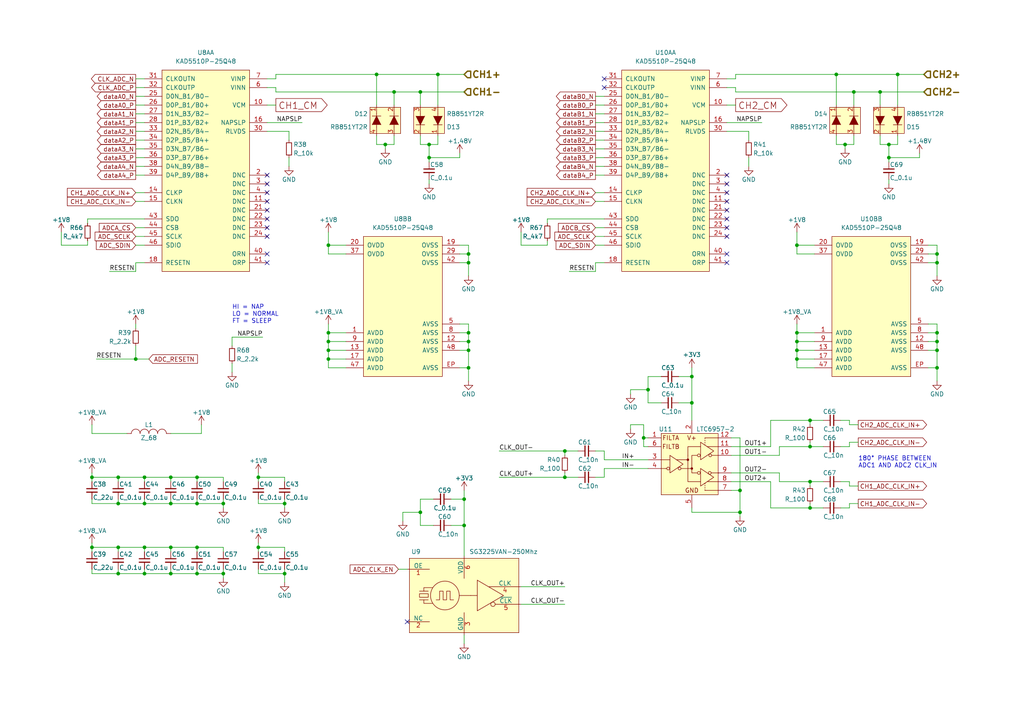
<source format=kicad_sch>
(kicad_sch (version 20250114) (generator "eeschema") (generator_version "9.0")
  (paper "A4")
  (title_block (title "Scopefun Oscilloscope") (rev "v2") (comment 1 "Copyright Dejan Priversek 2017") (comment 2 "Licensed under CERN OHL v.1.2"))
  (text "HI = NAP\nLO = NORMAL\nFT = SLEEP" (at 67.31 93.98 0) (effects (font (size 1.27 1.27)) (justify left bottom)))
  (text "180° PHASE BETWEEN\nADC1 AND ADC2 CLK_IN" (at 248.92 135.89 0) (effects (font (size 1.27 1.27)) (justify left bottom)))
  (junction (at 135.89 99.06))
  (junction (at 271.78 96.52))
  (junction (at 34.29 146.05))
  (junction (at 95.25 71.12))
  (junction (at 271.78 101.6))
  (junction (at 74.93 158.75))
  (junction (at 49.53 138.43))
  (junction (at 234.95 121.92))
  (junction (at 49.53 166.37))
  (junction (at 271.78 73.66))
  (junction (at 234.95 139.7))
  (junction (at 231.14 99.06))
  (junction (at 135.89 101.6))
  (junction (at 26.67 158.75))
  (junction (at 271.78 99.06))
  (junction (at 111.76 41.91))
  (junction (at 41.91 158.75))
  (junction (at 231.14 96.52))
  (junction (at 114.3 26.67))
  (junction (at 231.14 104.14))
  (junction (at 234.95 147.32))
  (junction (at 95.25 99.06))
  (junction (at 134.62 144.78))
  (junction (at 41.91 146.05))
  (junction (at 109.22 21.59))
  (junction (at 41.91 138.43))
  (junction (at 247.65 26.67))
  (junction (at 64.77 146.05))
  (junction (at 95.25 96.52))
  (junction (at 260.35 21.59))
  (junction (at 187.96 113.03))
  (junction (at 200.66 116.84))
  (junction (at 135.89 73.66))
  (junction (at 214.63 148.59))
  (junction (at 135.89 76.2))
  (junction (at 231.14 71.12))
  (junction (at 41.91 166.37))
  (junction (at 214.63 142.24))
  (junction (at 234.95 129.54))
  (junction (at 127 21.59))
  (junction (at 121.92 148.59))
  (junction (at 121.92 26.67))
  (junction (at 39.37 104.14))
  (junction (at 271.78 106.68))
  (junction (at 124.46 45.72))
  (junction (at 34.29 138.43))
  (junction (at 57.15 166.37))
  (junction (at 124.46 41.91))
  (junction (at 257.81 41.91))
  (junction (at 64.77 166.37))
  (junction (at 242.57 21.59))
  (junction (at 257.81 45.72))
  (junction (at 255.27 26.67))
  (junction (at 57.15 146.05))
  (junction (at 82.55 166.37))
  (junction (at 245.11 41.91))
  (junction (at 26.67 138.43))
  (junction (at 200.66 109.22))
  (junction (at 95.25 101.6))
  (junction (at 163.83 130.81))
  (junction (at 57.15 158.75))
  (junction (at 186.69 127))
  (junction (at 34.29 166.37))
  (junction (at 134.62 152.4))
  (junction (at 163.83 138.43))
  (junction (at 95.25 104.14))
  (junction (at 34.29 158.75))
  (junction (at 231.14 101.6))
  (junction (at 49.53 158.75))
  (junction (at 57.15 138.43))
  (junction (at 271.78 76.2))
  (junction (at 135.89 96.52))
  (junction (at 49.53 146.05))
  (junction (at 135.89 106.68))
  (junction (at 74.93 138.43))
  (junction (at 82.55 146.05))
  (no_connect (at 77.47 63.5))
  (no_connect (at 210.82 55.88))
  (no_connect (at 77.47 58.42))
  (no_connect (at 210.82 73.66))
  (no_connect (at 210.82 58.42))
  (no_connect (at 175.26 22.86))
  (no_connect (at 210.82 60.96))
  (no_connect (at 77.47 66.04))
  (no_connect (at 210.82 66.04))
  (no_connect (at 77.47 68.58))
  (no_connect (at 210.82 50.8))
  (no_connect (at 77.47 55.88))
  (no_connect (at 175.26 25.4))
  (no_connect (at 77.47 53.34))
  (no_connect (at 118.11 180.34))
  (no_connect (at 210.82 53.34))
  (no_connect (at 77.47 60.96))
  (no_connect (at 210.82 68.58))
  (no_connect (at 77.47 73.66))
  (no_connect (at 77.47 76.2))
  (no_connect (at 210.82 63.5))
  (no_connect (at 77.47 50.8))
  (no_connect (at 210.82 76.2))
  (wire (pts (xy 247.65 30.48) (xy 247.65 26.67)))
  (wire (pts (xy 175.26 76.2) (xy 172.72 76.2)))
  (wire (pts (xy 41.91 166.37) (xy 49.53 166.37)))
  (wire (pts (xy 200.66 148.59) (xy 214.63 148.59)))
  (wire (pts (xy 26.67 138.43) (xy 26.67 139.7)))
  (wire (pts (xy 95.25 96.52) (xy 95.25 99.06)))
  (wire (pts (xy 144.78 138.43) (xy 163.83 138.43)))
  (wire (pts (xy 49.53 146.05) (xy 57.15 146.05)))
  (wire (pts (xy 124.46 41.91) (xy 124.46 45.72)))
  (wire (pts (xy 57.15 146.05) (xy 57.15 144.78)))
  (wire (pts (xy 26.67 146.05) (xy 34.29 146.05)))
  (wire (pts (xy 271.78 96.52) (xy 271.78 99.06)))
  (wire (pts (xy 39.37 22.86) (xy 41.91 22.86)))
  (wire (pts (xy 34.29 139.7) (xy 34.29 138.43)))
  (wire (pts (xy 226.06 137.16) (xy 226.06 139.7)))
  (wire (pts (xy 234.95 140.97) (xy 234.95 139.7)))
  (wire (pts (xy 269.24 93.98) (xy 271.78 93.98)))
  (wire (pts (xy 80.01 30.48) (xy 77.47 30.48)))
  (wire (pts (xy 213.36 22.86) (xy 213.36 21.59)))
  (wire (pts (xy 95.25 101.6) (xy 100.33 101.6)))
  (wire (pts (xy 39.37 78.74) (xy 31.75 78.74)))
  (wire (pts (xy 67.31 97.79) (xy 67.31 100.33)))
  (wire (pts (xy 95.25 73.66) (xy 100.33 73.66)))
  (wire (pts (xy 134.62 152.4) (xy 130.81 152.4)))
  (wire (pts (xy 95.25 106.68) (xy 100.33 106.68)))
  (wire (pts (xy 214.63 127) (xy 214.63 142.24)))
  (wire (pts (xy 41.91 63.5) (xy 25.4 63.5)))
  (wire (pts (xy 135.89 93.98) (xy 135.89 96.52)))
  (wire (pts (xy 39.37 55.88) (xy 41.91 55.88)))
  (wire (pts (xy 243.84 129.54) (xy 246.38 129.54)))
  (wire (pts (xy 82.55 138.43) (xy 74.93 138.43)))
  (wire (pts (xy 135.89 101.6) (xy 135.89 106.68)))
  (wire (pts (xy 172.72 30.48) (xy 175.26 30.48)))
  (wire (pts (xy 41.91 158.75) (xy 41.91 160.02)))
  (wire (pts (xy 175.26 133.35) (xy 187.96 133.35)))
  (wire (pts (xy 246.38 121.92) (xy 246.38 123.19)))
  (wire (pts (xy 246.38 129.54) (xy 246.38 128.27)))
  (wire (pts (xy 41.91 146.05) (xy 41.91 144.78)))
  (wire (pts (xy 95.25 99.06) (xy 95.25 101.6)))
  (wire (pts (xy 172.72 58.42) (xy 175.26 58.42)))
  (wire (pts (xy 269.24 96.52) (xy 271.78 96.52)))
  (wire (pts (xy 49.53 166.37) (xy 57.15 166.37)))
  (wire (pts (xy 186.69 123.19) (xy 186.69 127)))
  (wire (pts (xy 135.89 106.68) (xy 135.89 110.49)))
  (wire (pts (xy 27.94 104.14) (xy 39.37 104.14)))
  (wire (pts (xy 49.53 166.37) (xy 49.53 165.1)))
  (wire (pts (xy 212.09 139.7) (xy 223.52 139.7)))
  (wire (pts (xy 39.37 66.04) (xy 41.91 66.04)))
  (wire (pts (xy 49.53 146.05) (xy 49.53 144.78)))
  (wire (pts (xy 39.37 27.94) (xy 41.91 27.94)))
  (wire (pts (xy 226.06 129.54) (xy 234.95 129.54)))
  (wire (pts (xy 41.91 138.43) (xy 49.53 138.43)))
  (wire (pts (xy 257.81 41.91) (xy 260.35 41.91)))
  (wire (pts (xy 175.26 138.43) (xy 172.72 138.43)))
  (wire (pts (xy 95.25 101.6) (xy 95.25 104.14)))
  (wire (pts (xy 172.72 38.1) (xy 175.26 38.1)))
  (wire (pts (xy 266.7 45.72) (xy 266.7 44.45)))
  (wire (pts (xy 231.14 67.31) (xy 231.14 71.12)))
  (wire (pts (xy 34.29 158.75) (xy 41.91 158.75)))
  (wire (pts (xy 255.27 26.67) (xy 267.97 26.67)))
  (wire (pts (xy 83.82 38.1) (xy 77.47 38.1)))
  (wire (pts (xy 186.69 127) (xy 186.69 129.54)))
  (wire (pts (xy 64.77 165.1) (xy 64.77 166.37)))
  (wire (pts (xy 95.25 71.12) (xy 95.25 73.66)))
  (wire (pts (xy 226.06 132.08) (xy 212.09 132.08)))
  (wire (pts (xy 271.78 101.6) (xy 271.78 106.68)))
  (wire (pts (xy 135.89 99.06) (xy 135.89 101.6)))
  (wire (pts (xy 74.93 137.16) (xy 74.93 138.43)))
  (wire (pts (xy 82.55 165.1) (xy 82.55 166.37)))
  (wire (pts (xy 246.38 146.05) (xy 248.92 146.05)))
  (wire (pts (xy 74.93 166.37) (xy 82.55 166.37)))
  (wire (pts (xy 64.77 144.78) (xy 64.77 146.05)))
  (wire (pts (xy 64.77 146.05) (xy 64.77 147.32)))
  (wire (pts (xy 34.29 166.37) (xy 41.91 166.37)))
  (wire (pts (xy 34.29 146.05) (xy 41.91 146.05)))
  (wire (pts (xy 82.55 138.43) (xy 82.55 139.7)))
  (wire (pts (xy 111.76 43.18) (xy 111.76 41.91)))
  (wire (pts (xy 245.11 41.91) (xy 247.65 41.91)))
  (wire (pts (xy 135.89 76.2) (xy 135.89 80.01)))
  (wire (pts (xy 158.75 69.85) (xy 158.75 71.12)))
  (wire (pts (xy 234.95 123.19) (xy 234.95 121.92)))
  (wire (pts (xy 187.96 116.84) (xy 191.77 116.84)))
  (wire (pts (xy 223.52 139.7) (xy 223.52 147.32)))
  (wire (pts (xy 49.53 138.43) (xy 49.53 139.7)))
  (wire (pts (xy 213.36 21.59) (xy 242.57 21.59)))
  (wire (pts (xy 234.95 147.32) (xy 238.76 147.32)))
  (wire (pts (xy 135.89 96.52) (xy 135.89 99.06)))
  (wire (pts (xy 76.2 97.79) (xy 67.31 97.79)))
  (wire (pts (xy 95.25 67.31) (xy 95.25 71.12)))
  (wire (pts (xy 26.67 125.73) (xy 36.83 125.73)))
  (wire (pts (xy 242.57 41.91) (xy 245.11 41.91)))
  (wire (pts (xy 83.82 40.64) (xy 83.82 38.1)))
  (wire (pts (xy 80.01 22.86) (xy 80.01 21.59)))
  (wire (pts (xy 49.53 158.75) (xy 57.15 158.75)))
  (wire (pts (xy 213.36 25.4) (xy 210.82 25.4)))
  (wire (pts (xy 214.63 142.24) (xy 214.63 148.59)))
  (wire (pts (xy 158.75 71.12) (xy 151.13 71.12)))
  (wire (pts (xy 172.72 40.64) (xy 175.26 40.64)))
  (wire (pts (xy 116.84 148.59) (xy 121.92 148.59)))
  (wire (pts (xy 242.57 30.48) (xy 242.57 21.59)))
  (wire (pts (xy 257.81 45.72) (xy 266.7 45.72)))
  (wire (pts (xy 64.77 138.43) (xy 64.77 139.7)))
  (wire (pts (xy 67.31 105.41) (xy 67.31 107.95)))
  (wire (pts (xy 231.14 93.98) (xy 231.14 96.52)))
  (wire (pts (xy 114.3 30.48) (xy 114.3 26.67)))
  (wire (pts (xy 234.95 146.05) (xy 234.95 147.32)))
  (wire (pts (xy 231.14 104.14) (xy 236.22 104.14)))
  (wire (pts (xy 175.26 63.5) (xy 158.75 63.5)))
  (wire (pts (xy 245.11 41.91) (xy 245.11 43.18)))
  (wire (pts (xy 210.82 35.56) (xy 220.98 35.56)))
  (wire (pts (xy 172.72 78.74) (xy 165.1 78.74)))
  (wire (pts (xy 260.35 21.59) (xy 267.97 21.59)))
  (wire (pts (xy 41.91 50.8) (xy 39.37 50.8)))
  (wire (pts (xy 223.52 129.54) (xy 212.09 129.54)))
  (wire (pts (xy 243.84 139.7) (xy 246.38 139.7)))
  (wire (pts (xy 109.22 21.59) (xy 127 21.59)))
  (wire (pts (xy 133.35 45.72) (xy 133.35 44.45)))
  (wire (pts (xy 124.46 52.07) (xy 124.46 53.34)))
  (wire (pts (xy 49.53 158.75) (xy 49.53 160.02)))
  (wire (pts (xy 118.11 165.1) (xy 115.57 165.1)))
  (wire (pts (xy 134.62 152.4) (xy 134.62 161.29)))
  (wire (pts (xy 172.72 50.8) (xy 175.26 50.8)))
  (wire (pts (xy 95.25 104.14) (xy 100.33 104.14)))
  (wire (pts (xy 80.01 21.59) (xy 109.22 21.59)))
  (wire (pts (xy 246.38 123.19) (xy 248.92 123.19)))
  (wire (pts (xy 172.72 76.2) (xy 172.72 78.74)))
  (wire (pts (xy 135.89 73.66) (xy 135.89 76.2)))
  (wire (pts (xy 271.78 71.12) (xy 269.24 71.12)))
  (wire (pts (xy 26.67 166.37) (xy 34.29 166.37)))
  (wire (pts (xy 26.67 123.19) (xy 26.67 125.73)))
  (wire (pts (xy 74.93 166.37) (xy 74.93 165.1)))
  (wire (pts (xy 25.4 63.5) (xy 25.4 64.77)))
  (wire (pts (xy 130.81 144.78) (xy 134.62 144.78)))
  (wire (pts (xy 57.15 158.75) (xy 57.15 160.02)))
  (wire (pts (xy 172.72 66.04) (xy 175.26 66.04)))
  (wire (pts (xy 172.72 48.26) (xy 175.26 48.26)))
  (wire (pts (xy 39.37 58.42) (xy 41.91 58.42)))
  (wire (pts (xy 95.25 99.06) (xy 100.33 99.06)))
  (wire (pts (xy 214.63 148.59) (xy 214.63 149.86)))
  (wire (pts (xy 64.77 166.37) (xy 64.77 167.64)))
  (wire (pts (xy 217.17 48.26) (xy 217.17 45.72)))
  (wire (pts (xy 74.93 138.43) (xy 74.93 139.7)))
  (wire (pts (xy 247.65 26.67) (xy 255.27 26.67)))
  (wire (pts (xy 213.36 30.48) (xy 210.82 30.48)))
  (wire (pts (xy 114.3 41.91) (xy 114.3 39.37)))
  (wire (pts (xy 82.55 146.05) (xy 82.55 147.32)))
  (wire (pts (xy 57.15 166.37) (xy 64.77 166.37)))
  (wire (pts (xy 26.67 137.16) (xy 26.67 138.43)))
  (wire (pts (xy 186.69 129.54) (xy 187.96 129.54)))
  (wire (pts (xy 135.89 76.2) (xy 133.35 76.2)))
  (wire (pts (xy 223.52 121.92) (xy 234.95 121.92)))
  (wire (pts (xy 243.84 147.32) (xy 246.38 147.32)))
  (wire (pts (xy 41.91 166.37) (xy 41.91 165.1)))
  (wire (pts (xy 83.82 48.26) (xy 83.82 45.72)))
  (wire (pts (xy 39.37 40.64) (xy 41.91 40.64)))
  (wire (pts (xy 124.46 41.91) (xy 127 41.91)))
  (wire (pts (xy 269.24 73.66) (xy 271.78 73.66)))
  (wire (pts (xy 213.36 26.67) (xy 247.65 26.67)))
  (wire (pts (xy 80.01 25.4) (xy 77.47 25.4)))
  (wire (pts (xy 200.66 109.22) (xy 200.66 116.84)))
  (wire (pts (xy 187.96 113.03) (xy 187.96 116.84)))
  (wire (pts (xy 39.37 48.26) (xy 41.91 48.26)))
  (wire (pts (xy 39.37 25.4) (xy 41.91 25.4)))
  (wire (pts (xy 175.26 130.81) (xy 175.26 133.35)))
  (wire (pts (xy 231.14 99.06) (xy 236.22 99.06)))
  (wire (pts (xy 200.66 116.84) (xy 200.66 121.92)))
  (wire (pts (xy 111.76 41.91) (xy 114.3 41.91)))
  (wire (pts (xy 26.67 158.75) (xy 26.67 160.02)))
  (wire (pts (xy 163.83 132.08) (xy 163.83 130.81)))
  (wire (pts (xy 255.27 41.91) (xy 257.81 41.91)))
  (wire (pts (xy 172.72 43.18) (xy 175.26 43.18)))
  (wire (pts (xy 242.57 41.91) (xy 242.57 39.37)))
  (wire (pts (xy 39.37 30.48) (xy 41.91 30.48)))
  (wire (pts (xy 175.26 135.89) (xy 175.26 138.43)))
  (wire (pts (xy 269.24 99.06) (xy 271.78 99.06)))
  (wire (pts (xy 41.91 76.2) (xy 39.37 76.2)))
  (wire (pts (xy 223.52 147.32) (xy 234.95 147.32)))
  (wire (pts (xy 82.55 166.37) (xy 82.55 168.91)))
  (wire (pts (xy 39.37 33.02) (xy 41.91 33.02)))
  (wire (pts (xy 260.35 41.91) (xy 260.35 39.37)))
  (wire (pts (xy 74.93 158.75) (xy 74.93 160.02)))
  (wire (pts (xy 133.35 101.6) (xy 135.89 101.6)))
  (wire (pts (xy 172.72 33.02) (xy 175.26 33.02)))
  (wire (pts (xy 39.37 43.18) (xy 41.91 43.18)))
  (wire (pts (xy 163.83 138.43) (xy 167.64 138.43)))
  (wire (pts (xy 246.38 139.7) (xy 246.38 140.97)))
  (wire (pts (xy 39.37 35.56) (xy 41.91 35.56)))
  (wire (pts (xy 271.78 76.2) (xy 271.78 80.01)))
  (wire (pts (xy 213.36 22.86) (xy 210.82 22.86)))
  (wire (pts (xy 80.01 26.67) (xy 80.01 25.4)))
  (wire (pts (xy 231.14 101.6) (xy 231.14 104.14)))
  (wire (pts (xy 172.72 130.81) (xy 175.26 130.81)))
  (wire (pts (xy 26.67 138.43) (xy 34.29 138.43)))
  (wire (pts (xy 39.37 76.2) (xy 39.37 78.74)))
  (wire (pts (xy 231.14 96.52) (xy 231.14 99.06)))
  (wire (pts (xy 172.72 35.56) (xy 175.26 35.56)))
  (wire (pts (xy 242.57 21.59) (xy 260.35 21.59)))
  (wire (pts (xy 271.78 71.12) (xy 271.78 73.66)))
  (wire (pts (xy 127 30.48) (xy 127 21.59)))
  (wire (pts (xy 39.37 95.25) (xy 39.37 93.98)))
  (wire (pts (xy 135.89 71.12) (xy 133.35 71.12)))
  (wire (pts (xy 39.37 104.14) (xy 43.18 104.14)))
  (wire (pts (xy 127 21.59) (xy 134.62 21.59)))
  (wire (pts (xy 34.29 160.02) (xy 34.29 158.75)))
  (wire (pts (xy 134.62 144.78) (xy 134.62 152.4)))
  (wire (pts (xy 39.37 68.58) (xy 41.91 68.58)))
  (wire (pts (xy 41.91 138.43) (xy 41.91 139.7)))
  (wire (pts (xy 271.78 99.06) (xy 271.78 101.6)))
  (wire (pts (xy 80.01 22.86) (xy 77.47 22.86)))
  (wire (pts (xy 100.33 71.12) (xy 95.25 71.12)))
  (wire (pts (xy 234.95 129.54) (xy 238.76 129.54)))
  (wire (pts (xy 255.27 30.48) (xy 255.27 26.67)))
  (wire (pts (xy 121.92 148.59) (xy 121.92 152.4)))
  (wire (pts (xy 217.17 38.1) (xy 210.82 38.1)))
  (wire (pts (xy 234.95 139.7) (xy 238.76 139.7)))
  (wire (pts (xy 74.93 158.75) (xy 82.55 158.75)))
  (wire (pts (xy 39.37 71.12) (xy 41.91 71.12)))
  (wire (pts (xy 74.93 146.05) (xy 74.93 144.78)))
  (wire (pts (xy 82.55 144.78) (xy 82.55 146.05)))
  (wire (pts (xy 231.14 71.12) (xy 231.14 73.66)))
  (wire (pts (xy 82.55 158.75) (xy 82.55 160.02)))
  (wire (pts (xy 121.92 144.78) (xy 125.73 144.78)))
  (wire (pts (xy 121.92 144.78) (xy 121.92 148.59)))
  (wire (pts (xy 196.85 109.22) (xy 200.66 109.22)))
  (wire (pts (xy 257.81 41.91) (xy 257.81 45.72)))
  (wire (pts (xy 182.88 123.19) (xy 186.69 123.19)))
  (wire (pts (xy 121.92 26.67) (xy 134.62 26.67)))
  (wire (pts (xy 187.96 109.22) (xy 191.77 109.22)))
  (wire (pts (xy 82.55 146.05) (xy 74.93 146.05)))
  (wire (pts (xy 26.67 166.37) (xy 26.67 165.1)))
  (wire (pts (xy 41.91 146.05) (xy 49.53 146.05)))
  (wire (pts (xy 80.01 26.67) (xy 114.3 26.67)))
  (wire (pts (xy 95.25 96.52) (xy 100.33 96.52)))
  (wire (pts (xy 26.67 158.75) (xy 34.29 158.75)))
  (wire (pts (xy 260.35 30.48) (xy 260.35 21.59)))
  (wire (pts (xy 133.35 106.68) (xy 135.89 106.68)))
  (wire (pts (xy 17.78 71.12) (xy 17.78 67.31)))
  (wire (pts (xy 133.35 93.98) (xy 135.89 93.98)))
  (wire (pts (xy 187.96 109.22) (xy 187.96 113.03)))
  (wire (pts (xy 121.92 41.91) (xy 121.92 39.37)))
  (wire (pts (xy 175.26 135.89) (xy 187.96 135.89)))
  (wire (pts (xy 172.72 27.94) (xy 175.26 27.94)))
  (wire (pts (xy 158.75 63.5) (xy 158.75 64.77)))
  (wire (pts (xy 247.65 41.91) (xy 247.65 39.37)))
  (wire (pts (xy 134.62 186.69) (xy 134.62 184.15)))
  (wire (pts (xy 121.92 30.48) (xy 121.92 26.67)))
  (wire (pts (xy 246.38 147.32) (xy 246.38 146.05)))
  (wire (pts (xy 213.36 26.67) (xy 213.36 25.4)))
  (wire (pts (xy 271.78 76.2) (xy 269.24 76.2)))
  (wire (pts (xy 133.35 99.06) (xy 135.89 99.06)))
  (wire (pts (xy 226.06 139.7) (xy 234.95 139.7)))
  (wire (pts (xy 58.42 123.19) (xy 58.42 125.73)))
  (wire (pts (xy 231.14 101.6) (xy 236.22 101.6)))
  (wire (pts (xy 182.88 123.19) (xy 182.88 124.46)))
  (wire (pts (xy 34.29 165.1) (xy 34.29 166.37)))
  (wire (pts (xy 182.88 114.3) (xy 182.88 113.03)))
  (wire (pts (xy 34.29 138.43) (xy 41.91 138.43)))
  (wire (pts (xy 134.62 142.24) (xy 134.62 144.78)))
  (wire (pts (xy 172.72 55.88) (xy 175.26 55.88)))
  (wire (pts (xy 127 41.91) (xy 127 39.37)))
  (wire (pts (xy 58.42 125.73) (xy 49.53 125.73)))
  (wire (pts (xy 246.38 128.27) (xy 248.92 128.27)))
  (wire (pts (xy 271.78 73.66) (xy 271.78 76.2)))
  (wire (pts (xy 182.88 113.03) (xy 187.96 113.03)))
  (wire (pts (xy 95.25 93.98) (xy 95.25 96.52)))
  (wire (pts (xy 231.14 106.68) (xy 236.22 106.68)))
  (wire (pts (xy 124.46 45.72) (xy 124.46 46.99)))
  (wire (pts (xy 271.78 106.68) (xy 271.78 110.49)))
  (wire (pts (xy 57.15 138.43) (xy 64.77 138.43)))
  (wire (pts (xy 109.22 41.91) (xy 111.76 41.91)))
  (wire (pts (xy 77.47 35.56) (xy 87.63 35.56)))
  (wire (pts (xy 25.4 69.85) (xy 25.4 71.12)))
  (wire (pts (xy 217.17 40.64) (xy 217.17 38.1)))
  (wire (pts (xy 34.29 144.78) (xy 34.29 146.05)))
  (wire (pts (xy 57.15 138.43) (xy 57.15 139.7)))
  (wire (pts (xy 226.06 129.54) (xy 226.06 132.08)))
  (wire (pts (xy 234.95 121.92) (xy 238.76 121.92)))
  (wire (pts (xy 172.72 68.58) (xy 175.26 68.58)))
  (wire (pts (xy 116.84 148.59) (xy 116.84 151.13)))
  (wire (pts (xy 200.66 106.68) (xy 200.66 109.22)))
  (wire (pts (xy 212.09 142.24) (xy 214.63 142.24)))
  (wire (pts (xy 231.14 96.52) (xy 236.22 96.52)))
  (wire (pts (xy 144.78 130.81) (xy 163.83 130.81)))
  (wire (pts (xy 57.15 158.75) (xy 64.77 158.75)))
  (wire (pts (xy 39.37 38.1) (xy 41.91 38.1)))
  (wire (pts (xy 49.53 138.43) (xy 57.15 138.43)))
  (wire (pts (xy 74.93 157.48) (xy 74.93 158.75)))
  (wire (pts (xy 212.09 127) (xy 214.63 127)))
  (wire (pts (xy 200.66 116.84) (xy 196.85 116.84)))
  (wire (pts (xy 172.72 45.72) (xy 175.26 45.72)))
  (wire (pts (xy 255.27 41.91) (xy 255.27 39.37)))
  (wire (pts (xy 57.15 146.05) (xy 64.77 146.05)))
  (wire (pts (xy 26.67 146.05) (xy 26.67 144.78)))
  (wire (pts (xy 269.24 101.6) (xy 271.78 101.6)))
  (wire (pts (xy 95.25 104.14) (xy 95.25 106.68)))
  (wire (pts (xy 109.22 41.91) (xy 109.22 39.37)))
  (wire (pts (xy 236.22 71.12) (xy 231.14 71.12)))
  (wire (pts (xy 226.06 137.16) (xy 212.09 137.16)))
  (wire (pts (xy 25.4 71.12) (xy 17.78 71.12)))
  (wire (pts (xy 121.92 41.91) (xy 124.46 41.91)))
  (wire (pts (xy 133.35 73.66) (xy 135.89 73.66)))
  (wire (pts (xy 163.83 137.16) (xy 163.83 138.43)))
  (wire (pts (xy 172.72 71.12) (xy 175.26 71.12)))
  (wire (pts (xy 271.78 93.98) (xy 271.78 96.52)))
  (wire (pts (xy 231.14 73.66) (xy 236.22 73.66)))
  (wire (pts (xy 41.91 45.72) (xy 39.37 45.72)))
  (wire (pts (xy 163.83 170.18) (xy 151.13 170.18)))
  (wire (pts (xy 109.22 30.48) (xy 109.22 21.59)))
  (wire (pts (xy 223.52 121.92) (xy 223.52 129.54)))
  (wire (pts (xy 234.95 128.27) (xy 234.95 129.54)))
  (wire (pts (xy 246.38 140.97) (xy 248.92 140.97)))
  (wire (pts (xy 231.14 104.14) (xy 231.14 106.68)))
  (wire (pts (xy 124.46 45.72) (xy 133.35 45.72)))
  (wire (pts (xy 64.77 158.75) (xy 64.77 160.02)))
  (wire (pts (xy 114.3 26.67) (xy 121.92 26.67)))
  (wire (pts (xy 243.84 121.92) (xy 246.38 121.92)))
  (wire (pts (xy 133.35 96.52) (xy 135.89 96.52)))
  (wire (pts (xy 151.13 175.26) (xy 163.83 175.26)))
  (wire (pts (xy 57.15 166.37) (xy 57.15 165.1)))
  (wire (pts (xy 163.83 130.81) (xy 167.64 130.81)))
  (wire (pts (xy 41.91 158.75) (xy 49.53 158.75)))
  (wire (pts (xy 200.66 147.32) (xy 200.66 148.59)))
  (wire (pts (xy 231.14 99.06) (xy 231.14 101.6)))
  (wire (pts (xy 151.13 71.12) (xy 151.13 67.31)))
  (wire (pts (xy 135.89 71.12) (xy 135.89 73.66)))
  (wire (pts (xy 257.81 45.72) (xy 257.81 46.99)))
  (wire (pts (xy 269.24 106.68) (xy 271.78 106.68)))
  (wire (pts (xy 187.96 127) (xy 186.69 127)))
  (wire (pts (xy 121.92 152.4) (xy 125.73 152.4)))
  (wire (pts (xy 39.37 104.14) (xy 39.37 100.33)))
  (wire (pts (xy 257.81 52.07) (xy 257.81 53.34)))
  (wire (pts (xy 26.67 157.48) (xy 26.67 158.75)))
  (label "OUT1+" (at 215.9 129.54 0))
  (label "CLK_OUT-" (at 144.78 130.81 0))
  (label "CLK_OUT-" (at 163.83 175.26 180))
  (label "RESETN" (at 27.94 104.14 0))
  (label "IN+" (at 180.34 133.35 0))
  (label "OUT1-" (at 215.9 132.08 0))
  (label "IN-" (at 180.34 135.89 0))
  (label "NAPSLP" (at 220.98 35.56 180))
  (label "OUT2+" (at 215.9 139.7 0))
  (label "RESETN" (at 31.75 78.74 0))
  (label "CLK_OUT+" (at 144.78 138.43 0))
  (label "NAPSLP" (at 76.2 97.79 180))
  (label "OUT2-" (at 215.9 137.16 0))
  (label "NAPSLP" (at 87.63 35.56 180))
  (label "CLK_OUT+" (at 163.83 170.18 180))
  (label "RESETN" (at 165.1 78.74 0))
  (global_label "ADC_SDIN" (shape input) (at 172.72 71.12 180) (property "Intersheetrefs" "${INTERSHEET_REFS}" (effects (hide yes))))
  (global_label "CH1_CM" (shape output) (at 80.01 30.48 0) (effects (font (size 1.905 1.905))) (property "Intersheetrefs" "${INTERSHEET_REFS}" (effects (hide yes))))
  (global_label "CH2_ADC_CLK_IN-" (shape input) (at 172.72 58.42 180) (property "Intersheetrefs" "${INTERSHEET_REFS}" (effects (hide yes))))
  (global_label "dataA4_P" (shape output) (at 39.37 50.8 180) (property "Intersheetrefs" "${INTERSHEET_REFS}" (effects (hide yes))))
  (global_label "CH2_ADC_CLK_IN+" (shape input) (at 172.72 55.88 180) (property "Intersheetrefs" "${INTERSHEET_REFS}" (effects (hide yes))))
  (global_label "dataB2_P" (shape output) (at 172.72 40.64 180) (property "Intersheetrefs" "${INTERSHEET_REFS}" (effects (hide yes))))
  (global_label "CLK_ADC_P" (shape output) (at 39.37 25.4 180) (property "Intersheetrefs" "${INTERSHEET_REFS}" (effects (hide yes))))
  (global_label "ADC_SCLK" (shape input) (at 39.37 68.58 180) (property "Intersheetrefs" "${INTERSHEET_REFS}" (effects (hide yes))))
  (global_label "dataA3_N" (shape output) (at 39.37 43.18 180) (property "Intersheetrefs" "${INTERSHEET_REFS}" (effects (hide yes))))
  (global_label "dataB0_N" (shape output) (at 172.72 27.94 180) (property "Intersheetrefs" "${INTERSHEET_REFS}" (effects (hide yes))))
  (global_label "CH1_ADC_CLK_IN+" (shape input) (at 39.37 55.88 180) (property "Intersheetrefs" "${INTERSHEET_REFS}" (effects (hide yes))))
  (global_label "dataA2_P" (shape output) (at 39.37 40.64 180) (property "Intersheetrefs" "${INTERSHEET_REFS}" (effects (hide yes))))
  (global_label "CH2_ADC_CLK_IN-" (shape output) (at 248.92 128.27 0) (property "Intersheetrefs" "${INTERSHEET_REFS}" (effects (hide yes))))
  (global_label "CLK_ADC_N" (shape output) (at 39.37 22.86 180) (property "Intersheetrefs" "${INTERSHEET_REFS}" (effects (hide yes))))
  (global_label "dataA0_P" (shape output) (at 39.37 30.48 180) (property "Intersheetrefs" "${INTERSHEET_REFS}" (effects (hide yes))))
  (global_label "CH1_ADC_CLK_IN-" (shape output) (at 248.92 146.05 0) (property "Intersheetrefs" "${INTERSHEET_REFS}" (effects (hide yes))))
  (global_label "CH2_ADC_CLK_IN+" (shape output) (at 248.92 123.19 0) (property "Intersheetrefs" "${INTERSHEET_REFS}" (effects (hide yes))))
  (global_label "dataA3_P" (shape output) (at 39.37 45.72 180) (property "Intersheetrefs" "${INTERSHEET_REFS}" (effects (hide yes))))
  (global_label "dataB4_N" (shape output) (at 172.72 48.26 180) (property "Intersheetrefs" "${INTERSHEET_REFS}" (effects (hide yes))))
  (global_label "ADCA_CS" (shape input) (at 39.37 66.04 180) (property "Intersheetrefs" "${INTERSHEET_REFS}" (effects (hide yes))))
  (global_label "dataB0_P" (shape output) (at 172.72 30.48 180) (property "Intersheetrefs" "${INTERSHEET_REFS}" (effects (hide yes))))
  (global_label "ADCB_CS" (shape input) (at 172.72 66.04 180) (property "Intersheetrefs" "${INTERSHEET_REFS}" (effects (hide yes))))
  (global_label "dataB1_N" (shape output) (at 172.72 33.02 180) (property "Intersheetrefs" "${INTERSHEET_REFS}" (effects (hide yes))))
  (global_label "CH1_ADC_CLK_IN+" (shape output) (at 248.92 140.97 0) (property "Intersheetrefs" "${INTERSHEET_REFS}" (effects (hide yes))))
  (global_label "ADC_RESETN" (shape input) (at 43.18 104.14 0) (property "Intersheetrefs" "${INTERSHEET_REFS}" (effects (hide yes))))
  (global_label "CH2_CM" (shape output) (at 213.36 30.48 0) (effects (font (size 1.905 1.905))) (property "Intersheetrefs" "${INTERSHEET_REFS}" (effects (hide yes))))
  (global_label "dataA4_N" (shape output) (at 39.37 48.26 180) (property "Intersheetrefs" "${INTERSHEET_REFS}" (effects (hide yes))))
  (global_label "dataB4_P" (shape output) (at 172.72 50.8 180) (property "Intersheetrefs" "${INTERSHEET_REFS}" (effects (hide yes))))
  (global_label "dataB3_P" (shape output) (at 172.72 45.72 180) (property "Intersheetrefs" "${INTERSHEET_REFS}" (effects (hide yes))))
  (global_label "dataA1_P" (shape output) (at 39.37 35.56 180) (property "Intersheetrefs" "${INTERSHEET_REFS}" (effects (hide yes))))
  (global_label "dataB2_N" (shape output) (at 172.72 38.1 180) (property "Intersheetrefs" "${INTERSHEET_REFS}" (effects (hide yes))))
  (global_label "ADC_SDIN" (shape input) (at 39.37 71.12 180) (property "Intersheetrefs" "${INTERSHEET_REFS}" (effects (hide yes))))
  (global_label "dataA1_N" (shape output) (at 39.37 33.02 180) (property "Intersheetrefs" "${INTERSHEET_REFS}" (effects (hide yes))))
  (global_label "dataA2_N" (shape output) (at 39.37 38.1 180) (property "Intersheetrefs" "${INTERSHEET_REFS}" (effects (hide yes))))
  (global_label "ADC_CLK_EN" (shape input) (at 115.57 165.1 180) (property "Intersheetrefs" "${INTERSHEET_REFS}" (effects (hide yes))))
  (global_label "dataB1_P" (shape output) (at 172.72 35.56 180) (property "Intersheetrefs" "${INTERSHEET_REFS}" (effects (hide yes))))
  (global_label "ADC_SCLK" (shape input) (at 172.72 68.58 180) (property "Intersheetrefs" "${INTERSHEET_REFS}" (effects (hide yes))))
  (global_label "dataA0_N" (shape output) (at 39.37 27.94 180) (property "Intersheetrefs" "${INTERSHEET_REFS}" (effects (hide yes))))
  (global_label "dataB3_N" (shape output) (at 172.72 43.18 180) (property "Intersheetrefs" "${INTERSHEET_REFS}" (effects (hide yes))))
  (global_label "CH1_ADC_CLK_IN-" (shape input) (at 39.37 58.42 180) (property "Intersheetrefs" "${INTERSHEET_REFS}" (effects (hide yes))))
  (hierarchical_label "CH2+" (shape input) (at 267.97 21.59 0) (effects (font (size 1.905 1.905) (thickness 0.381) (bold yes))))
  (hierarchical_label "CH1+" (shape input) (at 134.62 21.59 0) (effects (font (size 1.905 1.905) (thickness 0.381) (bold yes))))
  (hierarchical_label "CH2-" (shape input) (at 267.97 26.67 0) (effects (font (size 1.905 1.905) (thickness 0.381) (bold yes))))
  (hierarchical_label "CH1-" (shape input) (at 134.62 26.67 0) (effects (font (size 1.905 1.905) (thickness 0.381) (bold yes))))
  (symbol (lib_id "ScopefunParts:C_0.1u") (at 128.27 144.78 270) (mirror x) (unit 1)
    (property "Reference" "C59" (at 127 142.24 90) (effects (justify left)))
    (property "Value" "C_0.1u" (at 125.73 147.32 90) (effects (justify left)))
    (property "Footprint" "ScopefunPackagesLibrary:C_0603" (effects (hide yes)))
    (property "MFG Part#" "C0603C104K4RACTU" (effects (hide yes)))
    (property "Description" "MLCC - SMD/SMT 0603 16V X7R 10%" (effects (hide yes)))
  )
  (symbol (lib_name "GND_28") (lib_id "Scopefun_v2-rescue:GND") (at 116.84 151.13 0) (mirror y) (unit 1)
    (property "Reference" "#PWR069" (effects (hide yes)))
    (property "Value" "GND" (at 116.84 154.94 0))
  )
  (symbol (lib_id "ScopefunParts:+3.3V") (at 134.62 142.24 0) (mirror y) (unit 1)
    (property "Reference" "#PWR070" (effects (hide yes)))
    (property "Value" "+3V3" (at 134.62 138.684 0))
  )
  (symbol (lib_name "GND_30") (lib_id "Scopefun_v2-rescue:GND") (at 134.62 186.69 0) (unit 1)
    (property "Reference" "#PWR071" (effects (hide yes)))
    (property "Value" "GND" (at 134.62 190.5 0))
  )
  (symbol (lib_id "ScopefunParts:R_10k") (at 83.82 43.18 0) (unit 1)
    (property "Reference" "R38" (at 85.09 41.91 0) (effects (justify left)))
    (property "Value" "R_10k" (at 85.09 44.45 0) (effects (justify left)))
    (property "Footprint" "ScopefunPackagesLibrary:R_0603" (effects (hide yes)))
    (property "Datasheet" "http://industrial.panasonic.com/cdbs/www-data/pdf/AOA0000/AOA0000CE2.pdf" (effects (hide yes)))
    (property "MFG Part#" "ERJ-3EKF1002V" (effects (hide yes)))
    (property "Description" "RES SMD 1% 1/10W 0603" (effects (hide yes)))
  )
  (symbol (lib_name "GND_35") (lib_id "Scopefun_v2-rescue:GND") (at 83.82 48.26 0) (unit 1)
    (property "Reference" "#PWR072" (effects (hide yes)))
    (property "Value" "GND" (at 83.82 52.07 0))
  )
  (symbol (lib_id "ScopefunParts:+1.8V") (at 39.37 93.98 0) (unit 1)
    (property "Reference" "#PWR073" (effects (hide yes)))
    (property "Value" "+1V8" (at 39.37 90.424 0))
  )
  (symbol (lib_id "ScopefunParts:R_10k") (at 217.17 43.18 0) (unit 1)
    (property "Reference" "R41" (at 218.44 41.91 0) (effects (justify left)))
    (property "Value" "R_10k" (at 218.44 44.45 0) (effects (justify left)))
    (property "Footprint" "ScopefunPackagesLibrary:R_0603" (effects (hide yes)))
    (property "Datasheet" "http://industrial.panasonic.com/cdbs/www-data/pdf/AOA0000/AOA0000CE2.pdf" (effects (hide yes)))
    (property "MFG Part#" "ERJ-3EKF1002V" (effects (hide yes)))
    (property "Description" "RES SMD 1% 1/10W 0603" (effects (hide yes)))
  )
  (symbol (lib_name "GND_26") (lib_id "Scopefun_v2-rescue:GND") (at 217.17 48.26 0) (unit 1)
    (property "Reference" "#PWR074" (effects (hide yes)))
    (property "Value" "GND" (at 217.17 52.07 0))
  )
  (symbol (lib_id "ScopefunParts:+1.8V") (at 231.14 67.31 0) (unit 1)
    (property "Reference" "#PWR075" (effects (hide yes)))
    (property "Value" "+1V8" (at 231.14 63.754 0))
  )
  (symbol (lib_id "ScopefunParts:+1.8V_VA") (at 231.14 93.98 0) (unit 1)
    (property "Reference" "#PWR076" (effects (hide yes)))
    (property "Value" "+1V8_VA" (at 231.14 90.424 0))
  )
  (symbol (lib_name "GND_22") (lib_id "Scopefun_v2-rescue:GND") (at 135.89 110.49 0) (unit 1)
    (property "Reference" "#PWR077" (effects (hide yes)))
    (property "Value" "GND" (at 135.89 114.3 0))
  )
  (symbol (lib_id "ScopefunParts:+1.8V_VA") (at 26.67 137.16 0) (unit 1)
    (property "Reference" "#PWR078" (effects (hide yes)))
    (property "Value" "+1V8_VA" (at 26.67 133.604 0))
  )
  (symbol (lib_id "ScopefunParts:C_0.1u") (at 82.55 142.24 0) (unit 1)
    (property "Reference" "C43" (at 82.804 140.462 0) (effects (justify left)))
    (property "Value" "C_0.1u" (at 82.804 144.272 0) (effects (justify left)))
    (property "Footprint" "ScopefunPackagesLibrary:C_0603" (effects (hide yes)))
    (property "MFG Part#" "C0603C104K4RACTU" (effects (hide yes)))
    (property "Description" "MLCC - SMD/SMT 0603 16V X7R 10%" (effects (hide yes)))
  )
  (symbol (lib_id "ScopefunParts:C_0.1u") (at 49.53 142.24 0) (unit 1)
    (property "Reference" "C46" (at 49.784 140.462 0) (effects (justify left)))
    (property "Value" "C_0.1u" (at 49.784 144.272 0) (effects (justify left)))
    (property "Footprint" "ScopefunPackagesLibrary:C_0603" (effects (hide yes)))
    (property "MFG Part#" "C0603C104K4RACTU" (effects (hide yes)))
    (property "Description" "MLCC - SMD/SMT 0603 16V X7R 10%" (effects (hide yes)))
  )
  (symbol (lib_id "ScopefunParts:C_0.1u") (at 64.77 142.24 0) (unit 1)
    (property "Reference" "C49" (at 65.024 140.462 0) (effects (justify left)))
    (property "Value" "C_0.1u" (at 65.024 144.272 0) (effects (justify left)))
    (property "Footprint" "ScopefunPackagesLibrary:C_0603" (effects (hide yes)))
    (property "MFG Part#" "C0603C104K4RACTU" (effects (hide yes)))
    (property "Description" "MLCC - SMD/SMT 0603 16V X7R 10%" (effects (hide yes)))
  )
  (symbol (lib_id "ScopefunParts:C_0.1u") (at 41.91 142.24 0) (unit 1)
    (property "Reference" "C44" (at 42.164 140.462 0) (effects (justify left)))
    (property "Value" "C_0.1u" (at 42.164 144.272 0) (effects (justify left)))
    (property "Footprint" "ScopefunPackagesLibrary:C_0603" (effects (hide yes)))
    (property "MFG Part#" "C0603C104K4RACTU" (effects (hide yes)))
    (property "Description" "MLCC - SMD/SMT 0603 16V X7R 10%" (effects (hide yes)))
  )
  (symbol (lib_id "ScopefunParts:C_0.1u") (at 57.15 142.24 0) (unit 1)
    (property "Reference" "C50" (at 57.404 140.462 0) (effects (justify left)))
    (property "Value" "C_0.1u" (at 57.404 144.272 0) (effects (justify left)))
    (property "Footprint" "ScopefunPackagesLibrary:C_0603" (effects (hide yes)))
    (property "MFG Part#" "C0603C104K4RACTU" (effects (hide yes)))
    (property "Description" "MLCC - SMD/SMT 0603 16V X7R 10%" (effects (hide yes)))
  )
  (symbol (lib_name "GND_38") (lib_id "Scopefun_v2-rescue:GND") (at 64.77 147.32 0) (unit 1)
    (property "Reference" "#PWR079" (effects (hide yes)))
    (property "Value" "GND" (at 64.77 151.13 0))
  )
  (symbol (lib_name "GND_39") (lib_id "Scopefun_v2-rescue:GND") (at 82.55 168.91 0) (unit 1)
    (property "Reference" "#PWR080" (effects (hide yes)))
    (property "Value" "GND" (at 82.55 172.72 0))
  )
  (symbol (lib_id "ScopefunParts:+1.8V") (at 74.93 157.48 0) (unit 1)
    (property "Reference" "#PWR081" (effects (hide yes)))
    (property "Value" "+1V8" (at 74.93 153.924 0))
  )
  (symbol (lib_id "ScopefunParts:+1.8V_VA") (at 26.67 157.48 0) (unit 1)
    (property "Reference" "#PWR082" (effects (hide yes)))
    (property "Value" "+1V8_VA" (at 26.67 153.924 0))
  )
  (symbol (lib_id "ScopefunParts:C_0.1u") (at 82.55 162.56 0) (unit 1)
    (property "Reference" "C55" (at 82.804 160.782 0) (effects (justify left)))
    (property "Value" "C_0.1u" (at 82.804 164.592 0) (effects (justify left)))
    (property "Footprint" "ScopefunPackagesLibrary:C_0603" (effects (hide yes)))
    (property "MFG Part#" "C0603C104K4RACTU" (effects (hide yes)))
    (property "Description" "MLCC - SMD/SMT 0603 16V X7R 10%" (effects (hide yes)))
  )
  (symbol (lib_id "ScopefunParts:C_0.1u") (at 49.53 162.56 0) (unit 1)
    (property "Reference" "C56" (at 49.784 160.782 0) (effects (justify left)))
    (property "Value" "C_0.1u" (at 49.784 164.592 0) (effects (justify left)))
    (property "Footprint" "ScopefunPackagesLibrary:C_0603" (effects (hide yes)))
    (property "MFG Part#" "C0603C104K4RACTU" (effects (hide yes)))
    (property "Description" "MLCC - SMD/SMT 0603 16V X7R 10%" (effects (hide yes)))
  )
  (symbol (lib_id "ScopefunParts:C_0.1u") (at 64.77 162.56 0) (unit 1)
    (property "Reference" "C57" (at 65.024 160.782 0) (effects (justify left)))
    (property "Value" "C_0.1u" (at 65.024 164.592 0) (effects (justify left)))
    (property "Footprint" "ScopefunPackagesLibrary:C_0603" (effects (hide yes)))
    (property "MFG Part#" "C0603C104K4RACTU" (effects (hide yes)))
    (property "Description" "MLCC - SMD/SMT 0603 16V X7R 10%" (effects (hide yes)))
  )
  (symbol (lib_id "ScopefunParts:C_0.1u") (at 41.91 162.56 0) (unit 1)
    (property "Reference" "C45" (at 42.164 160.782 0) (effects (justify left)))
    (property "Value" "C_0.1u" (at 42.164 164.592 0) (effects (justify left)))
    (property "Footprint" "ScopefunPackagesLibrary:C_0603" (effects (hide yes)))
    (property "MFG Part#" "C0603C104K4RACTU" (effects (hide yes)))
    (property "Description" "MLCC - SMD/SMT 0603 16V X7R 10%" (effects (hide yes)))
  )
  (symbol (lib_id "ScopefunParts:C_0.1u") (at 57.15 162.56 0) (unit 1)
    (property "Reference" "C51" (at 57.404 160.782 0) (effects (justify left)))
    (property "Value" "C_0.1u" (at 57.404 164.592 0) (effects (justify left)))
    (property "Footprint" "ScopefunPackagesLibrary:C_0603" (effects (hide yes)))
    (property "MFG Part#" "C0603C104K4RACTU" (effects (hide yes)))
    (property "Description" "MLCC - SMD/SMT 0603 16V X7R 10%" (effects (hide yes)))
  )
  (symbol (lib_name "GND_37") (lib_id "Scopefun_v2-rescue:GND") (at 64.77 167.64 0) (unit 1)
    (property "Reference" "#PWR083" (effects (hide yes)))
    (property "Value" "GND" (at 64.77 171.45 0))
  )
  (symbol (lib_name "GND_36") (lib_id "Scopefun_v2-rescue:GND") (at 82.55 147.32 0) (unit 1)
    (property "Reference" "#PWR084" (effects (hide yes)))
    (property "Value" "GND" (at 82.55 151.13 0))
  )
  (symbol (lib_id "ScopefunParts:+1.8V") (at 74.93 137.16 0) (unit 1)
    (property "Reference" "#PWR085" (effects (hide yes)))
    (property "Value" "+1V8" (at 74.93 133.604 0))
  )
  (symbol (lib_id "ScopefunParts:RB851YT2R") (at 111.76 35.56 0) (mirror y) (unit 1)
    (property "Reference" "D12" (at 106.68 33.02 0) (effects (justify left)))
    (property "Value" "RB851YT2R" (at 106.68 36.83 0) (effects (justify left)))
    (property "Footprint" "ScopefunPackagesLibrary:SOT-543" (effects (hide yes)))
    (property "Datasheet" "http://www.rohm.com/web/eu/datasheet/RB851Y" (effects (hide yes)))
    (property "MFG Part#" "RB851YT2R" (effects (hide yes)))
    (property "Description" "Detection Schottky Diode, Vr=3V, Vf=0.46V" (effects (hide yes)))
  )
  (symbol (lib_id "ScopefunParts:RB851YT2R") (at 124.46 34.29 0) (mirror x) (unit 1)
    (property "Reference" "D13" (at 129.54 36.83 0) (effects (justify left)))
    (property "Value" "RB851YT2R" (at 129.54 33.02 0) (effects (justify left)))
    (property "Footprint" "ScopefunPackagesLibrary:SOT-543" (effects (hide yes)))
    (property "Datasheet" "http://www.rohm.com/web/eu/datasheet/RB851Y" (effects (hide yes)))
    (property "MFG Part#" "RB851YT2R" (effects (hide yes)))
    (property "Description" "Detection Schottky Diode, Vr=3V, Vf=0.46V" (effects (hide yes)))
  )
  (symbol (lib_name "GND_29") (lib_id "Scopefun_v2-rescue:GND") (at 111.76 43.18 0) (unit 1)
    (property "Reference" "#PWR086" (effects (hide yes)))
    (property "Value" "GND" (at 111.76 46.99 0))
  )
  (symbol (lib_id "ScopefunParts:+1.48V") (at 133.35 44.45 0) (mirror y) (unit 1)
    (property "Reference" "#PWR087" (effects (hide yes)))
    (property "Value" "+1.48V" (at 133.35 40.894 0))
  )
  (symbol (lib_id "ScopefunParts:RB851YT2R") (at 245.11 35.56 0) (mirror y) (unit 1)
    (property "Reference" "D14" (at 240.03 33.02 0) (effects (justify left)))
    (property "Value" "RB851YT2R" (at 240.03 36.83 0) (effects (justify left)))
    (property "Footprint" "ScopefunPackagesLibrary:SOT-543" (effects (hide yes)))
    (property "Datasheet" "http://www.rohm.com/web/eu/datasheet/RB851Y" (effects (hide yes)))
    (property "MFG Part#" "RB851YT2R" (effects (hide yes)))
    (property "Description" "Detection Schottky Diode, Vr=3V, Vf=0.46V" (effects (hide yes)))
  )
  (symbol (lib_id "ScopefunParts:RB851YT2R") (at 257.81 34.29 0) (mirror x) (unit 1)
    (property "Reference" "D15" (at 262.89 36.83 0) (effects (justify left)))
    (property "Value" "RB851YT2R" (at 262.89 33.02 0) (effects (justify left)))
    (property "Footprint" "ScopefunPackagesLibrary:SOT-543" (effects (hide yes)))
    (property "Datasheet" "http://www.rohm.com/web/eu/datasheet/RB851Y" (effects (hide yes)))
    (property "MFG Part#" "RB851YT2R" (effects (hide yes)))
    (property "Description" "Detection Schottky Diode, Vr=3V, Vf=0.46V" (effects (hide yes)))
  )
  (symbol (lib_name "GND_23") (lib_id "Scopefun_v2-rescue:GND") (at 245.11 43.18 0) (unit 1)
    (property "Reference" "#PWR093" (effects (hide yes)))
    (property "Value" "GND" (at 245.11 46.99 0))
  )
  (symbol (lib_id "ScopefunParts:+1.48V") (at 266.7 44.45 0) (mirror y) (unit 1)
    (property "Reference" "#PWR092" (effects (hide yes)))
    (property "Value" "+1.48V" (at 266.7 40.894 0))
  )
  (symbol (lib_id "ScopefunParts:C_0.1u") (at 124.46 49.53 0) (unit 1)
    (property "Reference" "C58" (at 124.714 47.752 0) (effects (justify left)))
    (property "Value" "C_0.1u" (at 124.714 51.562 0) (effects (justify left)))
    (property "Footprint" "ScopefunPackagesLibrary:C_0603" (effects (hide yes)))
    (property "MFG Part#" "C0603C104K4RACTU" (effects (hide yes)))
    (property "Description" "MLCC - SMD/SMT 0603 16V X7R 10%" (effects (hide yes)))
  )
  (symbol (lib_name "GND_27") (lib_id "Scopefun_v2-rescue:GND") (at 124.46 53.34 0) (unit 1)
    (property "Reference" "#PWR088" (effects (hide yes)))
    (property "Value" "GND" (at 124.46 57.15 0))
  )
  (symbol (lib_id "ScopefunParts:C_0.1u") (at 257.81 49.53 0) (unit 1)
    (property "Reference" "C69" (at 258.064 47.752 0) (effects (justify left)))
    (property "Value" "C_0.1u" (at 258.064 51.562 0) (effects (justify left)))
    (property "Footprint" "ScopefunPackagesLibrary:C_0603" (effects (hide yes)))
    (property "MFG Part#" "C0603C104K4RACTU" (effects (hide yes)))
    (property "Description" "MLCC - SMD/SMT 0603 16V X7R 10%" (effects (hide yes)))
  )
  (symbol (lib_name "GND_25") (lib_id "Scopefun_v2-rescue:GND") (at 257.81 53.34 0) (unit 1)
    (property "Reference" "#PWR091" (effects (hide yes)))
    (property "Value" "GND" (at 257.81 57.15 0))
  )
  (symbol (lib_id "ScopefunParts:+1.8V") (at 58.42 123.19 0) (unit 1)
    (property "Reference" "#PWR089" (effects (hide yes)))
    (property "Value" "+1V8" (at 58.42 119.634 0))
  )
  (symbol (lib_id "ScopefunParts:+1.8V_VA") (at 26.67 123.19 0) (unit 1)
    (property "Reference" "#PWR090" (effects (hide yes)))
    (property "Value" "+1V8_VA" (at 26.67 119.634 0))
  )
  (symbol (lib_id "ScopefunParts:C_22u") (at 26.67 142.24 0) (unit 1)
    (property "Reference" "C38" (at 26.924 140.462 0) (effects (justify left)))
    (property "Value" "C_22u" (at 26.924 144.272 0) (effects (justify left)))
    (property "Footprint" "ScopefunPackagesLibrary:C_0805" (effects (hide yes)))
    (property "MFG Part#" "LMK212BBJ226MG-T" (effects (hide yes)))
    (property "Description" "MLCC - SMD/SMT 0805 10V X5R 20%" (effects (hide yes)))
  )
  (symbol (lib_id "ScopefunParts:C_22u") (at 26.67 162.56 0) (unit 1)
    (property "Reference" "C39" (at 26.924 160.782 0) (effects (justify left)))
    (property "Value" "C_22u" (at 26.924 164.592 0) (effects (justify left)))
    (property "Footprint" "ScopefunPackagesLibrary:C_0805" (effects (hide yes)))
    (property "MFG Part#" "LMK212BBJ226MG-T" (effects (hide yes)))
    (property "Description" "MLCC - SMD/SMT 0805 10V X5R 20%" (effects (hide yes)))
  )
  (symbol (lib_id "ScopefunParts:R_100") (at 234.95 125.73 0) (mirror y) (unit 1)
    (property "Reference" "R42" (at 233.68 124.46 0) (effects (justify left)))
    (property "Value" "R_100" (at 233.68 127 0) (effects (justify left)))
    (property "Footprint" "ScopefunPackagesLibrary:R_0402" (effects (hide yes)))
    (property "Datasheet" "https://industrial.panasonic.com/ww/products/resistors/chip-resistors/chip-resistors/precision-thick-film-chip-resistors/ERJ3EKF1000V" (effects (hide yes)))
    (property "MFG Part#" "ERJ-2RKF1000X" (effects (hide yes)))
    (property "Description" "RES SMD 1% 1/10W 0402" (effects (hide yes)))
  )
  (symbol (lib_id "ScopefunParts:R_100") (at 234.95 143.51 0) (mirror y) (unit 1)
    (property "Reference" "R43" (at 233.68 142.24 0) (effects (justify left)))
    (property "Value" "R_100" (at 233.68 144.78 0) (effects (justify left)))
    (property "Footprint" "ScopefunPackagesLibrary:R_0402" (effects (hide yes)))
    (property "Datasheet" "https://industrial.panasonic.com/ww/products/resistors/chip-resistors/chip-resistors/precision-thick-film-chip-resistors/ERJ3EKF1000V" (effects (hide yes)))
    (property "MFG Part#" "ERJ-2RKF1000X" (effects (hide yes)))
    (property "Description" "RES SMD 1% 1/10W 0402" (effects (hide yes)))
  )
  (symbol (lib_id "ScopefunParts:LTC6957-2") (at 200.66 134.62 0) (unit 1)
    (property "Reference" "U11" (at 193.04 124.46 0))
    (property "Value" "LTC6957-2" (at 201.93 124.46 0) (effects (justify left)))
    (property "Footprint" "ScopefunPackagesLibrary:12-MSOP" (effects (hide yes)))
    (property "Datasheet" "http://cds.linear.com/docs/en/datasheet/6957fa.pdf" (effects (hide yes)))
    (property "MFG Part#" "LTC6957HMS-2#PBF" (effects (hide yes)))
    (property "Description" "IC CLK BUFFER DRIVER 1:2 LVDS OUT 12MSOP" (effects (hide yes)))
  )
  (symbol (lib_name "GND_33") (lib_id "Scopefun_v2-rescue:GND") (at 182.88 124.46 0) (unit 1)
    (property "Reference" "#PWR097" (effects (hide yes)))
    (property "Value" "GND" (at 182.88 128.27 0))
  )
  (symbol (lib_id "ScopefunParts:C_0.1u") (at 194.31 109.22 270) (mirror x) (unit 1)
    (property "Reference" "C63" (at 191.77 106.68 90) (effects (justify left)))
    (property "Value" "C_0.1u" (at 191.77 111.76 90) (effects (justify left)))
    (property "Footprint" "ScopefunPackagesLibrary:C_0603" (effects (hide yes)))
    (property "MFG Part#" "C0603C104K4RACTU" (effects (hide yes)))
    (property "Description" "MLCC - SMD/SMT 0603 16V X7R 10%" (effects (hide yes)))
  )
  (symbol (lib_name "GND_34") (lib_id "Scopefun_v2-rescue:GND") (at 182.88 114.3 0) (mirror y) (unit 1)
    (property "Reference" "#PWR094" (effects (hide yes)))
    (property "Value" "GND" (at 182.88 118.11 0))
  )
  (symbol (lib_id "ScopefunParts:+3.3V") (at 200.66 106.68 0) (unit 1)
    (property "Reference" "#PWR095" (effects (hide yes)))
    (property "Value" "+3V3" (at 200.66 102.87 0))
  )
  (symbol (lib_id "ScopefunParts:R_100") (at 163.83 134.62 0) (mirror y) (unit 1)
    (property "Reference" "R40" (at 162.56 133.35 0) (effects (justify left)))
    (property "Value" "R_100" (at 162.56 135.89 0) (effects (justify left)))
    (property "Footprint" "ScopefunPackagesLibrary:R_0402" (effects (hide yes)))
    (property "Datasheet" "https://industrial.panasonic.com/ww/products/resistors/chip-resistors/chip-resistors/precision-thick-film-chip-resistors/ERJ3EKF1000V" (effects (hide yes)))
    (property "MFG Part#" "ERJ-2RKF1000X" (effects (hide yes)))
    (property "Description" "RES SMD 1% 1/10W 0402" (effects (hide yes)))
  )
  (symbol (lib_name "GND_31") (lib_id "Scopefun_v2-rescue:GND") (at 214.63 149.86 0) (unit 1)
    (property "Reference" "#PWR096" (effects (hide yes)))
    (property "Value" "GND" (at 214.63 153.67 0))
  )
  (symbol (lib_id "ScopefunParts:C_10n_0402") (at 170.18 130.81 90) (unit 1)
    (property "Reference" "C61" (at 167.64 128.27 90) (effects (justify right)))
    (property "Value" "C_10n" (at 167.64 133.35 90) (effects (justify right)))
    (property "Footprint" "ScopefunPackagesLibrary:C_0402" (effects (hide yes)))
    (property "MFG Part#" "885012205012" (effects (hide yes)))
    (property "Description" "MLCC - SMD/SMT 0402 10V X7R 10%" (effects (hide yes)))
  )
  (symbol (lib_id "ScopefunParts:C_10n_0402") (at 170.18 138.43 90) (unit 1)
    (property "Reference" "C62" (at 167.64 135.89 90) (effects (justify right)))
    (property "Value" "C_10n" (at 167.64 140.97 90) (effects (justify right)))
    (property "Footprint" "ScopefunPackagesLibrary:C_0402" (effects (hide yes)))
    (property "MFG Part#" "885012205012" (effects (hide yes)))
    (property "Description" "MLCC - SMD/SMT 0402 10V X7R 10%" (effects (hide yes)))
  )
  (symbol (lib_id "ScopefunParts:C_10n_0402") (at 241.3 139.7 90) (unit 1)
    (property "Reference" "C67" (at 242.57 137.16 90) (effects (justify left)))
    (property "Value" "C_10n" (at 238.76 142.24 90) (effects (justify right)))
    (property "Footprint" "ScopefunPackagesLibrary:C_0402" (effects (hide yes)))
    (property "MFG Part#" "885012205012" (effects (hide yes)))
    (property "Description" "MLCC - SMD/SMT 0402 10V X7R 10%" (effects (hide yes)))
  )
  (symbol (lib_id "ScopefunParts:C_10n_0402") (at 241.3 147.32 90) (unit 1)
    (property "Reference" "C68" (at 242.57 144.78 90) (effects (justify left)))
    (property "Value" "C_10n" (at 238.76 149.86 90) (effects (justify right)))
    (property "Footprint" "ScopefunPackagesLibrary:C_0402" (effects (hide yes)))
    (property "MFG Part#" "885012205012" (effects (hide yes)))
    (property "Description" "MLCC - SMD/SMT 0402 10V X7R 10%" (effects (hide yes)))
  )
  (symbol (lib_id "ScopefunParts:C_10n_0402") (at 241.3 121.92 90) (unit 1)
    (property "Reference" "C65" (at 242.57 119.38 90) (effects (justify left)))
    (property "Value" "C_10n" (at 238.76 124.46 90) (effects (justify right)))
    (property "Footprint" "ScopefunPackagesLibrary:C_0402" (effects (hide yes)))
    (property "MFG Part#" "885012205012" (effects (hide yes)))
    (property "Description" "MLCC - SMD/SMT 0402 10V X7R 10%" (effects (hide yes)))
  )
  (symbol (lib_id "ScopefunParts:C_10n_0402") (at 241.3 129.54 90) (unit 1)
    (property "Reference" "C66" (at 242.57 127 90) (effects (justify left)))
    (property "Value" "C_10n" (at 238.76 132.08 90) (effects (justify right)))
    (property "Footprint" "ScopefunPackagesLibrary:C_0402" (effects (hide yes)))
    (property "MFG Part#" "885012205012" (effects (hide yes)))
    (property "Description" "MLCC - SMD/SMT 0402 10V X7R 10%" (effects (hide yes)))
  )
  (symbol (lib_id "ScopefunParts:Z_68") (at 43.18 125.73 0) (mirror y) (unit 1)
    (property "Reference" "L1" (at 43.18 123.19 0))
    (property "Value" "Z_68" (at 43.18 127 0))
    (property "Footprint" "ScopefunPackagesLibrary:L_0805" (effects (hide yes)))
    (property "Datasheet" "https://katalog.we-online.com/pbs/datasheet/782853680.pdf" (effects (hide yes)))
    (property "Description" "FERRITE BEAD 68 OHM 0805 R=25m I=3A" (effects (hide yes)))
    (property "MFG Part#" "782853680" (effects (hide yes)))
  )
  (symbol (lib_id "ScopefunParts:C_10n_0402") (at 128.27 152.4 270) (unit 1)
    (property "Reference" "C60" (at 127 149.86 90) (effects (justify left)))
    (property "Value" "C_10n" (at 127 154.94 90) (effects (justify left)))
    (property "Footprint" "ScopefunPackagesLibrary:C_0402" (effects (hide yes)))
    (property "MFG Part#" "885012205012" (effects (hide yes)))
    (property "Description" "MLCC - SMD/SMT 0402 10V X7R 10%" (effects (hide yes)))
  )
  (symbol (lib_id "ScopefunParts:C_10n_0402") (at 194.31 116.84 270) (unit 1)
    (property "Reference" "C64" (at 191.77 114.3 90) (effects (justify left)))
    (property "Value" "C_10n" (at 191.77 119.38 90) (effects (justify left)))
    (property "Footprint" "ScopefunPackagesLibrary:C_0402" (effects (hide yes)))
    (property "MFG Part#" "885012205012" (effects (hide yes)))
    (property "Description" "MLCC - SMD/SMT 0402 10V X7R 10%" (effects (hide yes)))
  )
  (symbol (lib_id "ScopefunParts:SG3225VAN-250Mhz") (at 134.62 172.72 0) (unit 1)
    (property "Reference" "U9" (at 120.65 160.02 0))
    (property "Value" "SG3225VAN-250Mhz" (at 146.05 160.02 0))
    (property "Footprint" "ScopefunPackagesLibrary:3.2X2.5_SMD_6_EPSON" (effects (hide yes)))
    (property "Datasheet" "https://support.epson.biz/td/api/doc_check.php?dl=brief_SG3225EAN_en.pdf" (effects (hide yes)))
    (property "MFG Part#" "SG3225VAN 250.000000M-KEGA3" (effects (hide yes)))
    (property "Description" "3.3 V, 250 MHz LVDS Clock Oscillator 30ppm" (effects (hide yes)))
  )
  (symbol (lib_id "ScopefunParts:R_2.2k") (at 39.37 97.79 0) (mirror y) (unit 1)
    (property "Reference" "R39" (at 38.1 96.52 0) (effects (justify left)))
    (property "Value" "R_2.2k" (at 38.1 99.06 0) (effects (justify left)))
    (property "Footprint" "ScopefunPackagesLibrary:R_0603" (effects (hide yes)))
    (property "Datasheet" "http://industrial.panasonic.com/cdbs/www-data/pdf/AOA0000/AOA0000CE2.pdf" (effects (hide yes)))
    (property "MFG Part#" "ERJ-3EKF2201V" (effects (hide yes)))
    (property "Description" "RES SMD 1% 1/10W 0603" (effects (hide yes)))
  )
  (symbol (lib_id "ScopefunParts:KAD5510P-25Q48") (at 59.69 45.72 0) (unit 1)
    (property "Reference" "U8A" (at 59.69 15.24 0))
    (property "Value" "KAD5510P-25Q48" (at 59.69 17.78 0))
    (property "Footprint" "ScopefunPackagesLibrary:CP-56-2" (effects (hide yes)))
    (property "Datasheet" "https://www.intersil.com/content/dam/Intersil/documents/kad5/kad5510p.pdf" (effects (hide yes)))
    (property "Description" "Low Power 10-Bit, 250 MSPS ADC" (effects (hide yes)))
    (property "MFG Part#" "KAD5510P-25Q48" (effects (hide yes)))
  )
  (symbol (lib_id "ScopefunParts:KAD5510P-25Q48") (at 193.04 45.72 0) (unit 1)
    (property "Reference" "U10A" (at 193.04 15.24 0))
    (property "Value" "KAD5510P-25Q48" (at 193.04 17.78 0))
    (property "Footprint" "ScopefunPackagesLibrary:CP-56-2" (effects (hide yes)))
    (property "Datasheet" "https://www.intersil.com/content/dam/Intersil/documents/kad5/kad5510p.pdf" (effects (hide yes)))
    (property "Description" "Low Power 10-Bit, 250 MSPS ADC" (effects (hide yes)))
    (property "MFG Part#" "KAD5510P-25Q48" (effects (hide yes)))
  )
  (symbol (lib_id "ScopefunParts:KAD5510P-25Q48") (at 116.84 93.98 0) (unit 2)
    (property "Reference" "U8B" (at 116.84 63.5 0))
    (property "Value" "KAD5510P-25Q48" (at 116.84 66.04 0))
    (property "Footprint" "ScopefunPackagesLibrary:CP-56-2" (effects (hide yes)))
    (property "Datasheet" "https://www.intersil.com/content/dam/Intersil/documents/kad5/kad5510p.pdf" (effects (hide yes)))
    (property "Description" "Low Power 10-Bit, 250 MSPS ADC" (effects (hide yes)))
    (property "MFG Part#" "KAD5510P-25Q48" (effects (hide yes)))
  )
  (symbol (lib_id "ScopefunParts:KAD5510P-25Q48") (at 252.73 93.98 0) (unit 2)
    (property "Reference" "U10B" (at 252.73 63.5 0))
    (property "Value" "KAD5510P-25Q48" (at 252.73 66.04 0))
    (property "Footprint" "ScopefunPackagesLibrary:CP-56-2" (effects (hide yes)))
    (property "Datasheet" "https://www.intersil.com/content/dam/Intersil/documents/kad5/kad5510p.pdf" (effects (hide yes)))
    (property "Description" "Low Power 10-Bit, 250 MSPS ADC" (effects (hide yes)))
    (property "MFG Part#" "KAD5510P-25Q48" (effects (hide yes)))
  )
  (symbol (lib_id "ScopefunParts:+1.8V") (at 95.25 67.31 0) (unit 1)
    (property "Reference" "#PWR098" (effects (hide yes)))
    (property "Value" "+1V8" (at 95.25 63.754 0))
  )
  (symbol (lib_id "ScopefunParts:+1.8V_VA") (at 95.25 93.98 0) (unit 1)
    (property "Reference" "#PWR099" (effects (hide yes)))
    (property "Value" "+1V8_VA" (at 95.25 90.424 0))
  )
  (symbol (lib_name "GND_32") (lib_id "Scopefun_v2-rescue:GND") (at 271.78 110.49 0) (unit 1)
    (property "Reference" "#PWR0100" (effects (hide yes)))
    (property "Value" "GND" (at 271.78 114.3 0))
  )
  (symbol (lib_id "ScopefunParts:R_4k7") (at 25.4 67.31 0) (mirror y) (unit 1)
    (property "Reference" "R66" (at 24.13 66.04 0) (effects (justify left)))
    (property "Value" "R_4k7" (at 24.13 68.58 0) (effects (justify left)))
    (property "Footprint" "ScopefunPackagesLibrary:R_0603" (effects (hide yes)))
    (property "Datasheet" "http://industrial.panasonic.com/cdbs/www-data/pdf/AOA0000/AOA0000CE2.pdf" (effects (hide yes)))
    (property "MFG Part#" "ERJ-3EKF4701V" (effects (hide yes)))
    (property "Description" "RES SMD 1% 1/10W 0603" (effects (hide yes)))
  )
  (symbol (lib_id "ScopefunParts:+1.8V") (at 17.78 67.31 0) (unit 1)
    (property "Reference" "#PWR0101" (effects (hide yes)))
    (property "Value" "+1V8" (at 17.78 63.754 0))
  )
  (symbol (lib_id "ScopefunParts:R_4k7") (at 158.75 67.31 0) (mirror y) (unit 1)
    (property "Reference" "R67" (at 157.48 66.04 0) (effects (justify left)))
    (property "Value" "R_4k7" (at 157.48 68.58 0) (effects (justify left)))
    (property "Footprint" "ScopefunPackagesLibrary:R_0603" (effects (hide yes)))
    (property "Datasheet" "http://industrial.panasonic.com/cdbs/www-data/pdf/AOA0000/AOA0000CE2.pdf" (effects (hide yes)))
    (property "MFG Part#" "ERJ-3EKF4701V" (effects (hide yes)))
    (property "Description" "RES SMD 1% 1/10W 0603" (effects (hide yes)))
  )
  (symbol (lib_id "ScopefunParts:+1.8V") (at 151.13 67.31 0) (unit 1)
    (property "Reference" "#PWR0102" (effects (hide yes)))
    (property "Value" "+1V8" (at 151.13 63.754 0))
  )
  (symbol (lib_name "GND_40") (lib_id "Scopefun_v2-rescue:GND") (at 67.31 107.95 0) (unit 1)
    (property "Reference" "#PWR0103" (effects (hide yes)))
    (property "Value" "GND" (at 67.31 111.76 0))
  )
  (symbol (lib_id "ScopefunParts:C_0.1u") (at 34.29 142.24 0) (unit 1)
    (property "Reference" "C41" (at 34.544 140.462 0) (effects (justify left)))
    (property "Value" "C_0.1u" (at 34.544 144.272 0) (effects (justify left)))
    (property "Footprint" "ScopefunPackagesLibrary:C_0603" (effects (hide yes)))
    (property "MFG Part#" "C0603C104K4RACTU" (effects (hide yes)))
    (property "Description" "MLCC - SMD/SMT 0603 16V X7R 10%" (effects (hide yes)))
  )
  (symbol (lib_id "ScopefunParts:C_0.1u") (at 34.29 162.56 0) (unit 1)
    (property "Reference" "C42" (at 34.544 160.782 0) (effects (justify left)))
    (property "Value" "C_0.1u" (at 34.544 164.592 0) (effects (justify left)))
    (property "Footprint" "ScopefunPackagesLibrary:C_0603" (effects (hide yes)))
    (property "MFG Part#" "C0603C104K4RACTU" (effects (hide yes)))
    (property "Description" "MLCC - SMD/SMT 0603 16V X7R 10%" (effects (hide yes)))
  )
  (symbol (lib_id "ScopefunParts:C_0.1u") (at 74.93 142.24 0) (unit 1)
    (property "Reference" "C40" (at 75.184 140.462 0) (effects (justify left)))
    (property "Value" "C_0.1u" (at 75.184 144.272 0) (effects (justify left)))
    (property "Footprint" "ScopefunPackagesLibrary:C_0603" (effects (hide yes)))
    (property "MFG Part#" "C0603C104K4RACTU" (effects (hide yes)))
    (property "Description" "MLCC - SMD/SMT 0603 16V X7R 10%" (effects (hide yes)))
  )
  (symbol (lib_id "ScopefunParts:C_0.1u") (at 74.93 162.56 0) (unit 1)
    (property "Reference" "C54" (at 75.184 160.782 0) (effects (justify left)))
    (property "Value" "C_0.1u" (at 75.184 164.592 0) (effects (justify left)))
    (property "Footprint" "ScopefunPackagesLibrary:C_0603" (effects (hide yes)))
    (property "MFG Part#" "C0603C104K4RACTU" (effects (hide yes)))
    (property "Description" "MLCC - SMD/SMT 0603 16V X7R 10%" (effects (hide yes)))
  )
  (symbol (lib_id "ScopefunParts:R_2.2k") (at 67.31 102.87 0) (unit 1)
    (property "Reference" "R68" (at 68.58 101.6 0) (effects (justify left)))
    (property "Value" "R_2.2k" (at 68.58 104.14 0) (effects (justify left)))
    (property "Footprint" "ScopefunPackagesLibrary:R_0603" (effects (hide yes)))
    (property "Datasheet" "http://industrial.panasonic.com/cdbs/www-data/pdf/AOA0000/AOA0000CE2.pdf" (effects (hide yes)))
    (property "MFG Part#" "ERJ-3EKF2201V" (effects (hide yes)))
    (property "Description" "RES SMD 1% 1/10W 0603" (effects (hide yes)))
  )
  (symbol (lib_name "GND_24") (lib_id "Scopefun_v2-rescue:GND") (at 271.78 80.01 0) (unit 1)
    (property "Reference" "#PWR0104" (effects (hide yes)))
    (property "Value" "GND" (at 271.78 83.82 0))
  )
  (symbol (lib_name "GND_21") (lib_id "Scopefun_v2-rescue:GND") (at 135.89 80.01 0) (unit 1)
    (property "Reference" "#PWR0105" (effects (hide yes)))
    (property "Value" "GND" (at 135.89 83.82 0))
  )
)
</source>
